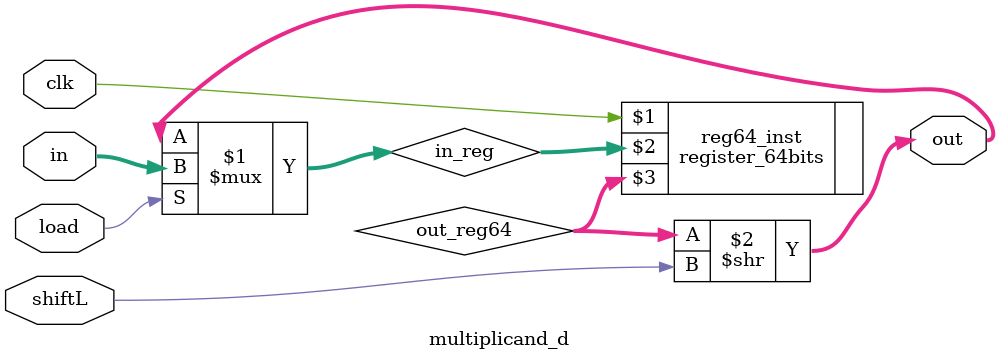
<source format=v>
module multiplicand_d (clk, load, in, shiftL, out);
    input [63:0] in;
	 output [63:0] out;
	 input shiftL;
	 input clk;
	 input load;
	 
	 wire [63:0] in;
	 wire [63:0] in_reg;
	 wire [63:0] out;
	 wire [63:0] out_reg64;
	 wire load;
	 
  assign in_reg = (load) ? in : out;  
  register_64bits reg64_inst (clk, in_reg, out_reg64);
  assign  out = out_reg64 >> shiftL; 
  endmodule
  
</source>
